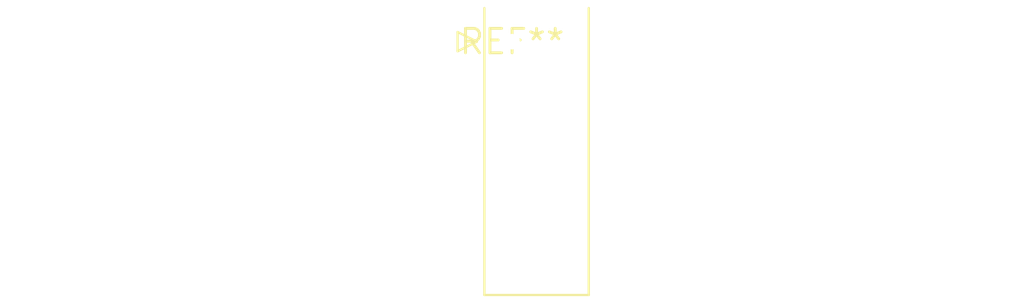
<source format=kicad_pcb>
(kicad_pcb (version 20240108) (generator pcbnew)
  (layers (0 "F.Cu" signal) (31 "B.Cu" signal) (34 "B.Paste" user) (35 "F.Paste" user) (36 "B.SilkS" user "B.Silkscreen") (37 "F.SilkS" user "F.Silkscreen") (38 "B.Mask" user) (39 "F.Mask" user) (44 "Edge.Cuts" user))
  (net 0 "")
  (footprint "TE_Micro-MaTch_1-215079-0_2x05_P1.27mm_Vertical" (layer "F.Cu") (at 0 0)
    (property "Reference" "REF**")
    (property "Value" "TE_Micro-MaTch_1-215079-0_2x05_P1.27mm_Vertical")
    (fp_line (start -2.83 -0.5) (end -1.83 0) (layer "F.SilkS") (stroke (width 0.12)))
    (fp_line (start -2.83 0.5) (end -2.83 -0.5) (layer "F.SilkS") (stroke (width 0.12)))
    (fp_line (start -1.83 0) (end -2.83 0.5) (layer "F.SilkS") (stroke (width 0.12)))
    (fp_line (start -1.44 -1.745) (end -1.44 13.175) (layer "F.SilkS") (stroke (width 0.12)))
    (fp_line (start -1.44 13.175) (end 3.98 13.175) (layer "F.SilkS") (stroke (width 0.12)))
    (fp_line (start 3.98 13.175) (end 3.98 -1.745) (layer "F.SilkS") (stroke (width 0.12)))
    (pad "" np_thru_hole circle (at 1.8 -1.4) (size 1.5 1.5) (drill 1.5) (layers *.Cu *.Mask))
    (pad "1" thru_hole rect (at 0 0) (size 1.3 1.3) (drill 0.8) (layers *.Cu *.Mask) (remove_unused_layers))
    (pad "2" thru_hole circle (at 2.54 1.27) (size 1.3 1.3) (drill 0.8) (layers *.Cu *.Mask) (remove_unused_layers))
    (pad "3" thru_hole circle (at 0 2.54) (size 1.3 1.3) (drill 0.8) (layers *.Cu *.Mask) (remove_unused_layers))
    (pad "4" thru_hole circle (at 2.54 3.81) (size 1.3 1.3) (drill 0.8) (layers *.Cu *.Mask) (remove_unused_layers))
    (pad "5" thru_hole circle (at 0 5.08) (size 1.3 1.3) (drill 0.8) (layers *.Cu *.Mask) (remove_unused_layers))
    (pad "6" thru_hole circle (at 2.54 6.35) (size 1.3 1.3) (drill 0.8) (layers *.Cu *.Mask) (remove_unused_layers))
    (pad "7" thru_hole circle (at 0 7.62) (size 1.3 1.3) (drill 0.8) (layers *.Cu *.Mask) (remove_unused_layers))
    (pad "8" thru_hole circle (at 2.54 8.89) (size 1.3 1.3) (drill 0.8) (layers *.Cu *.Mask) (remove_unused_layers))
    (pad "9" thru_hole circle (at 0 10.16) (size 1.3 1.3) (drill 0.8) (layers *.Cu *.Mask) (remove_unused_layers))
    (pad "10" thru_hole circle (at 2.54 11.43) (size 1.3 1.3) (drill 0.8) (layers *.Cu *.Mask) (remove_unused_layers))
  )
)
</source>
